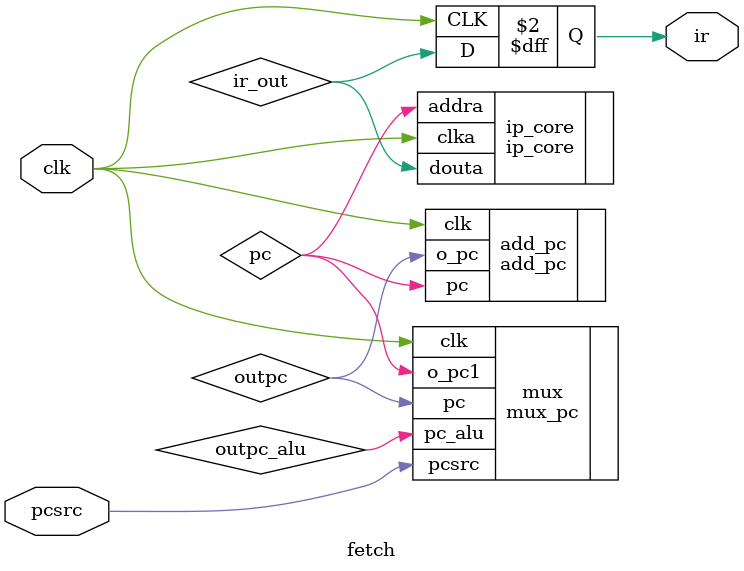
<source format=v>
`timescale 1ns / 1ps
module fetch
	(
		input wire clk,
		input wire pcsrc,
		output reg ir
    );

//reg [0:31] pc;

wire ir1;
//el IPCORE TIENE QUE SER RAM
ip_core ip_core (
  .clka(clk), // input clka
  .addra(pc), // input [31 : 0] addra
  .douta(ir_out) // output [31 : 0] douta
);	

add_pc add_pc(
	.pc(pc),
	.clk(clk),
	.o_pc(outpc)
);
	
mux_pc mux(
		.clk(clk),
		.pc(outpc),
		.pc_alu(outpc_alu),
		.pcsrc(pcsrc),
		.o_pc1(pc)
);

always @(posedge clk)
begin
	ir <= ir_out;
end

endmodule

</source>
